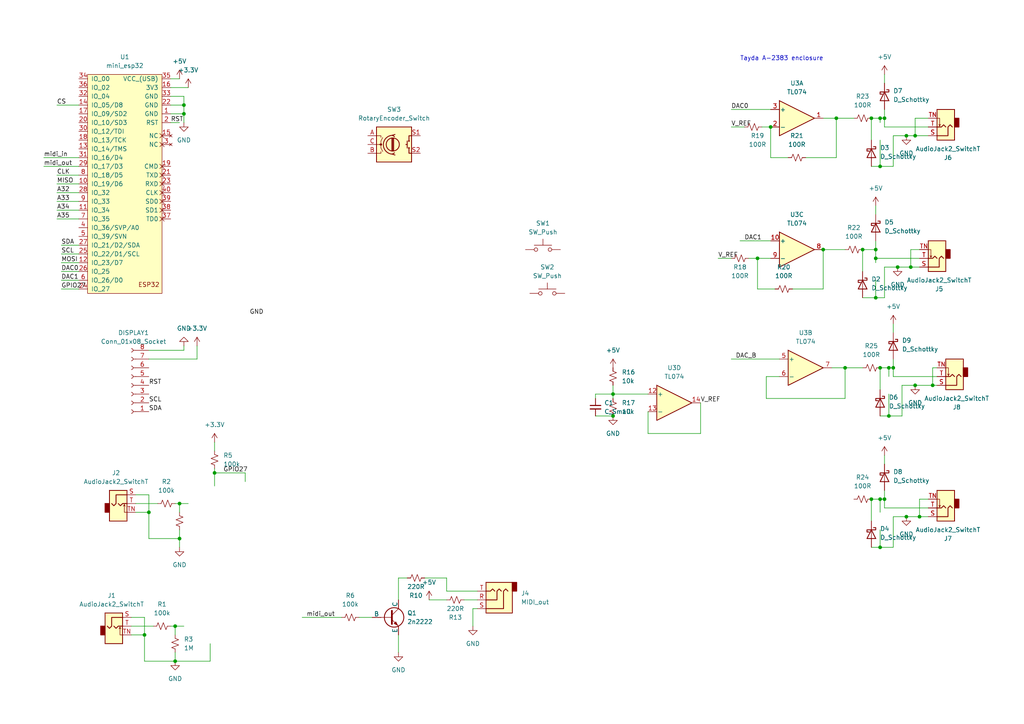
<source format=kicad_sch>
(kicad_sch (version 20230121) (generator eeschema)
  (paper "A4")
  (lib_symbols
    (symbol "Amplifier_Operational:TL074" (pin_names (offset 0.127))
      (property "Reference" "U" (at 0 5.08 0))
      (property "Value" "TL074" (at 0 -5.08 0))
      (symbol "TL074_1_1"
        (polyline (pts (xy -5.08 5.08) (xy 5.08 0) (xy -5.08 -5.08) (xy -5.08 5.08)) (stroke (width 0.254)) (fill (type background)))
        (pin output line (at 7.62 0 180) (length 2.54) (name "~") (number "1"))
        (pin input line (at -7.62 -2.54 0) (length 2.54) (name "-") (number "2"))
        (pin input line (at -7.62 2.54 0) (length 2.54) (name "+") (number "3"))
      )
      (symbol "TL074_2_1"
        (polyline (pts (xy -5.08 5.08) (xy 5.08 0) (xy -5.08 -5.08) (xy -5.08 5.08)) (stroke (width 0.254)) (fill (type background)))
        (pin input line (at -7.62 2.54 0) (length 2.54) (name "+") (number "5"))
        (pin input line (at -7.62 -2.54 0) (length 2.54) (name "-") (number "6"))
        (pin output line (at 7.62 0 180) (length 2.54) (name "~") (number "7"))
      )
      (symbol "TL074_3_1"
        (polyline (pts (xy -5.08 5.08) (xy 5.08 0) (xy -5.08 -5.08) (xy -5.08 5.08)) (stroke (width 0.254)) (fill (type background)))
        (pin input line (at -7.62 2.54 0) (length 2.54) (name "+") (number "10"))
        (pin output line (at 7.62 0 180) (length 2.54) (name "~") (number "8"))
        (pin input line (at -7.62 -2.54 0) (length 2.54) (name "-") (number "9"))
      )
      (symbol "TL074_4_1"
        (polyline (pts (xy -5.08 5.08) (xy 5.08 0) (xy -5.08 -5.08) (xy -5.08 5.08)) (stroke (width 0.254)) (fill (type background)))
        (pin input line (at -7.62 2.54 0) (length 2.54) (name "+") (number "12"))
        (pin input line (at -7.62 -2.54 0) (length 2.54) (name "-") (number "13"))
        (pin output line (at 7.62 0 180) (length 2.54) (name "~") (number "14"))
      )
      (symbol "TL074_5_1"
        (pin power_in line (at -2.54 -7.62 90) (length 3.81) (name "V-") (number "11"))
        (pin power_in line (at -2.54 7.62 270) (length 3.81) (name "V+") (number "4"))
      )
    )
    (symbol "Connector:Conn_01x08_Socket" (pin_names (offset 1.016) hide)
      (property "Reference" "J" (at 0 10.16 0))
      (property "Value" "Conn_01x08_Socket" (at 0 -12.7 0))
      (symbol "Conn_01x08_Socket_1_1"
        (arc (start 0 -9.652) (mid -0.5058 -10.16) (end 0 -10.668) (stroke (width 0.1524)))
        (arc (start 0 -7.112) (mid -0.5058 -7.62) (end 0 -8.128) (stroke (width 0.1524)))
        (arc (start 0 -4.572) (mid -0.5058 -5.08) (end 0 -5.588) (stroke (width 0.1524)))
        (arc (start 0 -2.032) (mid -0.5058 -2.54) (end 0 -3.048) (stroke (width 0.1524)))
        (polyline (pts (xy -1.27 -10.16) (xy -0.508 -10.16)) (stroke (width 0.1524)))
        (polyline (pts (xy -1.27 -7.62) (xy -0.508 -7.62)) (stroke (width 0.1524)))
        (polyline (pts (xy -1.27 -5.08) (xy -0.508 -5.08)) (stroke (width 0.1524)))
        (polyline (pts (xy -1.27 -2.54) (xy -0.508 -2.54)) (stroke (width 0.1524)))
        (polyline (pts (xy -1.27 0) (xy -0.508 0)) (stroke (width 0.1524)))
        (polyline (pts (xy -1.27 2.54) (xy -0.508 2.54)) (stroke (width 0.1524)))
        (polyline (pts (xy -1.27 5.08) (xy -0.508 5.08)) (stroke (width 0.1524)))
        (polyline (pts (xy -1.27 7.62) (xy -0.508 7.62)) (stroke (width 0.1524)))
        (arc (start 0 0.508) (mid -0.5058 0) (end 0 -0.508) (stroke (width 0.1524)))
        (arc (start 0 3.048) (mid -0.5058 2.54) (end 0 2.032) (stroke (width 0.1524)))
        (arc (start 0 5.588) (mid -0.5058 5.08) (end 0 4.572) (stroke (width 0.1524)))
        (arc (start 0 8.128) (mid -0.5058 7.62) (end 0 7.112) (stroke (width 0.1524)))
        (pin passive line (at -5.08 7.62 0) (length 3.81) (name "Pin_1") (number "1"))
        (pin passive line (at -5.08 5.08 0) (length 3.81) (name "Pin_2") (number "2"))
        (pin passive line (at -5.08 2.54 0) (length 3.81) (name "Pin_3") (number "3"))
        (pin passive line (at -5.08 0 0) (length 3.81) (name "Pin_4") (number "4"))
        (pin passive line (at -5.08 -2.54 0) (length 3.81) (name "Pin_5") (number "5"))
        (pin passive line (at -5.08 -5.08 0) (length 3.81) (name "Pin_6") (number "6"))
        (pin passive line (at -5.08 -7.62 0) (length 3.81) (name "Pin_7") (number "7"))
        (pin passive line (at -5.08 -10.16 0) (length 3.81) (name "Pin_8") (number "8"))
      )
    )
    (symbol "Connector_Audio:AudioJack2_SwitchT"
      (property "Reference" "J" (at 0 8.89 0))
      (property "Value" "AudioJack2_SwitchT" (at 0 6.35 0))
      (symbol "AudioJack2_SwitchT_0_1"
        (rectangle (start -2.54 0) (end -3.81 -2.54) (stroke (width 0.254)) (fill (type outline)))
        (polyline (pts (xy 1.778 -0.254) (xy 2.032 -0.762)))
        (polyline (pts (xy 0 0) (xy 0.635 -0.635) (xy 1.27 0) (xy 2.54 0)) (stroke (width 0.254)))
        (polyline (pts (xy 2.54 -2.54) (xy 1.778 -2.54) (xy 1.778 -0.254) (xy 1.524 -0.762)))
        (polyline (pts (xy 2.54 2.54) (xy -0.635 2.54) (xy -0.635 0) (xy -1.27 -0.635) (xy -1.905 0)) (stroke (width 0.254)))
        (rectangle (start 2.54 3.81) (end -2.54 -5.08) (stroke (width 0.254)) (fill (type background)))
      )
      (symbol "AudioJack2_SwitchT_1_1"
        (pin passive line (at 5.08 2.54 180) (length 2.54) (name "~") (number "S"))
        (pin passive line (at 5.08 0 180) (length 2.54) (name "~") (number "T"))
        (pin passive line (at 5.08 -2.54 180) (length 2.54) (name "~") (number "TN"))
      )
    )
    (symbol "Connector_Audio:AudioJack3"
      (property "Reference" "J" (at 0 8.89 0))
      (property "Value" "AudioJack3" (at 0 6.35 0))
      (symbol "AudioJack3_0_1"
        (rectangle (start -5.08 -5.08) (end -6.35 -2.54) (stroke (width 0.254)) (fill (type outline)))
        (polyline (pts (xy 0 -2.54) (xy 0.635 -3.175) (xy 1.27 -2.54) (xy 2.54 -2.54)) (stroke (width 0.254)))
        (polyline (pts (xy -1.905 -2.54) (xy -1.27 -3.175) (xy -0.635 -2.54) (xy -0.635 0) (xy 2.54 0)) (stroke (width 0.254)))
        (polyline (pts (xy 2.54 2.54) (xy -2.54 2.54) (xy -2.54 -2.54) (xy -3.175 -3.175) (xy -3.81 -2.54)) (stroke (width 0.254)))
        (rectangle (start 2.54 3.81) (end -5.08 -5.08) (stroke (width 0.254)) (fill (type background)))
      )
      (symbol "AudioJack3_1_1"
        (pin passive line (at 5.08 0 180) (length 2.54) (name "~") (number "R"))
        (pin passive line (at 5.08 2.54 180) (length 2.54) (name "~") (number "S"))
        (pin passive line (at 5.08 -2.54 180) (length 2.54) (name "~") (number "T"))
      )
    )
    (symbol "Device:C_Small" (pin_numbers hide) (pin_names (offset 0.254) hide)
      (property "Reference" "C" (at 0.254 1.778 0))
      (property "Value" "C_Small" (at 0.254 -2.032 0))
      (symbol "C_Small_0_1"
        (polyline (pts (xy -1.524 -0.508) (xy 1.524 -0.508)) (stroke (width 0.3302)))
        (polyline (pts (xy -1.524 0.508) (xy 1.524 0.508)) (stroke (width 0.3048)))
      )
      (symbol "C_Small_1_1"
        (pin passive line (at 0 2.54 270) (length 2.032) (name "~") (number "1"))
        (pin passive line (at 0 -2.54 90) (length 2.032) (name "~") (number "2"))
      )
    )
    (symbol "Device:D_Schottky" (pin_numbers hide) (pin_names (offset 1.016) hide)
      (property "Reference" "D" (at 0 2.54 0))
      (property "Value" "D_Schottky" (at 0 -2.54 0))
      (symbol "D_Schottky_0_1"
        (polyline (pts (xy 1.27 0) (xy -1.27 0)))
        (polyline (pts (xy 1.27 1.27) (xy 1.27 -1.27) (xy -1.27 0) (xy 1.27 1.27)) (stroke (width 0.254)))
        (polyline (pts (xy -1.905 0.635) (xy -1.905 1.27) (xy -1.27 1.27) (xy -1.27 -1.27) (xy -0.635 -1.27) (xy -0.635 -0.635)) (stroke (width 0.254)))
      )
      (symbol "D_Schottky_1_1"
        (pin passive line (at -3.81 0 0) (length 2.54) (name "K") (number "1"))
        (pin passive line (at 3.81 0 180) (length 2.54) (name "A") (number "2"))
      )
    )
    (symbol "Device:R_Small_US" (pin_numbers hide) (pin_names (offset 0.254) hide)
      (property "Reference" "R" (at 0.762 0.508 0))
      (property "Value" "R_Small_US" (at 0.762 -1.016 0))
      (symbol "R_Small_US_1_1"
        (polyline (pts (xy 0 0) (xy 1.016 -0.381) (xy 0 -0.762) (xy -1.016 -1.143) (xy 0 -1.524)))
        (polyline (pts (xy 0 1.524) (xy 1.016 1.143) (xy 0 0.762) (xy -1.016 0.381) (xy 0 0)))
        (pin passive line (at 0 2.54 270) (length 1.016) (name "~") (number "1"))
        (pin passive line (at 0 -2.54 90) (length 1.016) (name "~") (number "2"))
      )
    )
    (symbol "Device:RotaryEncoder_Switch" (pin_names (offset 0.254) hide)
      (property "Reference" "SW" (at 0 6.604 0))
      (property "Value" "RotaryEncoder_Switch" (at 0 -6.604 0))
      (symbol "RotaryEncoder_Switch_0_1"
        (rectangle (start -5.08 5.08) (end 5.08 -5.08) (stroke (width 0.254)) (fill (type background)))
        (circle (center -3.81 0) (radius 0.254) (fill (type outline)))
        (circle (center -0.381 0) (radius 1.905) (stroke (width 0.254)))
        (arc (start -0.381 2.667) (mid -3.0988 -0.0635) (end -0.381 -2.794) (stroke (width 0.254)))
        (polyline (pts (xy -0.635 -1.778) (xy -0.635 1.778)) (stroke (width 0.254)))
        (polyline (pts (xy -0.381 -1.778) (xy -0.381 1.778)) (stroke (width 0.254)))
        (polyline (pts (xy -0.127 1.778) (xy -0.127 -1.778)) (stroke (width 0.254)))
        (polyline (pts (xy 3.81 0) (xy 3.429 0)) (stroke (width 0.254)))
        (polyline (pts (xy 3.81 1.016) (xy 3.81 -1.016)) (stroke (width 0.254)))
        (polyline (pts (xy -5.08 -2.54) (xy -3.81 -2.54) (xy -3.81 -2.032)))
        (polyline (pts (xy -5.08 2.54) (xy -3.81 2.54) (xy -3.81 2.032)))
        (polyline (pts (xy 0.254 -3.048) (xy -0.508 -2.794) (xy 0.127 -2.413)) (stroke (width 0.254)))
        (polyline (pts (xy 0.254 2.921) (xy -0.508 2.667) (xy 0.127 2.286)) (stroke (width 0.254)))
        (polyline (pts (xy 5.08 -2.54) (xy 4.318 -2.54) (xy 4.318 -1.016)) (stroke (width 0.254)))
        (polyline (pts (xy 5.08 2.54) (xy 4.318 2.54) (xy 4.318 1.016)) (stroke (width 0.254)))
        (polyline (pts (xy -5.08 0) (xy -3.81 0) (xy -3.81 -1.016) (xy -3.302 -2.032)))
        (polyline (pts (xy -4.318 0) (xy -3.81 0) (xy -3.81 1.016) (xy -3.302 2.032)))
        (circle (center 4.318 -1.016) (radius 0.127) (stroke (width 0.254)))
        (circle (center 4.318 1.016) (radius 0.127) (stroke (width 0.254)))
      )
      (symbol "RotaryEncoder_Switch_1_1"
        (pin passive line (at -7.62 2.54 0) (length 2.54) (name "A") (number "A"))
        (pin passive line (at -7.62 -2.54 0) (length 2.54) (name "B") (number "B"))
        (pin passive line (at -7.62 0 0) (length 2.54) (name "C") (number "C"))
        (pin passive line (at 7.62 2.54 180) (length 2.54) (name "S1") (number "S1"))
        (pin passive line (at 7.62 -2.54 180) (length 2.54) (name "S2") (number "S2"))
      )
    )
    (symbol "ESP32_mini:mini_esp32" (pin_names (offset 1.016))
      (property "Reference" "U" (at -7.62 -50.8 0))
      (property "Value" "mini_esp32" (at 5.08 -59.69 0))
      (symbol "mini_esp32_0_0"
        (text "ESP32" (at 7.62 -62.23 0) (effects (font (size 1.27 1.27))))
        (pin power_in line (at 13.97 -12.7 180) (length 2.54) (name "GND") (number "1"))
        (pin input line (at 13.97 -15.24 180) (length 2.54) (name "RST") (number "2"))
        (pin no_connect non_logic (at 13.97 -21.59 180) (length 2.54) (name "NC") (number "3"))
        (pin bidirectional line (at -12.7 -45.72 0) (length 2.54) (name "IO_36/SVP/A0") (number "4"))
        (pin bidirectional line (at -12.7 -48.26 0) (length 2.54) (name "IO_39/SVN") (number "5"))
      )
      (symbol "mini_esp32_0_1"
        (rectangle (start -10.16 -1.27) (end 11.43 -64.77) (fill (type background)))
      )
      (symbol "mini_esp32_1_1"
        (pin bidirectional line (at -12.7 -33.02 0) (length 2.54) (name "IO_19/D6") (number "10"))
        (pin bidirectional line (at -12.7 -40.64 0) (length 2.54) (name "IO_34") (number "11"))
        (pin bidirectional line (at -12.7 -55.88 0) (length 2.54) (name "IO_23/D7") (number "12"))
        (pin bidirectional line (at -12.7 -22.86 0) (length 2.54) (name "IO_14/TMS") (number "13"))
        (pin bidirectional line (at -12.7 -10.16 0) (length 2.54) (name "IO_05/D8") (number "14"))
        (pin no_connect non_logic (at 13.97 -19.05 180) (length 2.54) (name "NC") (number "15"))
        (pin power_in line (at 13.97 -5.08 180) (length 2.54) (name "3V3") (number "16"))
        (pin bidirectional line (at -12.7 -12.7 0) (length 2.54) (name "IO_09/SD2") (number "17"))
        (pin bidirectional line (at -12.7 -20.32 0) (length 2.54) (name "IO_13/TCK") (number "18"))
        (pin passive non_logic (at 13.97 -27.94 180) (length 2.54) (name "CMD") (number "19"))
        (pin bidirectional line (at -12.7 -15.24 0) (length 2.54) (name "IO_10/SD3") (number "20"))
        (pin passive non_logic (at 13.97 -30.48 180) (length 2.54) (name "TXD") (number "21"))
        (pin power_in line (at 13.97 -10.16 180) (length 2.54) (name "GND") (number "22"))
        (pin passive non_logic (at 13.97 -33.02 180) (length 2.54) (name "RXD") (number "23"))
        (pin bidirectional line (at -12.7 -63.5 0) (length 2.54) (name "IO_27") (number "24"))
        (pin bidirectional line (at -12.7 -53.34 0) (length 2.54) (name "IO_22/D1/SCL") (number "25"))
        (pin bidirectional line (at -12.7 -58.42 0) (length 2.54) (name "IO_25") (number "26"))
        (pin bidirectional line (at -12.7 -50.8 0) (length 2.54) (name "IO_21/D2/SDA") (number "27"))
        (pin bidirectional line (at -12.7 -35.56 0) (length 2.54) (name "IO_32") (number "28"))
        (pin bidirectional line (at -12.7 -27.94 0) (length 2.54) (name "IO_17/D3") (number "29"))
        (pin bidirectional line (at -12.7 -17.78 0) (length 2.54) (name "IO_12/TDI") (number "30"))
        (pin bidirectional line (at -12.7 -25.4 0) (length 2.54) (name "IO_16/D4") (number "31"))
        (pin bidirectional line (at -12.7 -7.62 0) (length 2.54) (name "IO_04") (number "32"))
        (pin power_in line (at 13.97 -7.62 180) (length 2.54) (name "GND") (number "33"))
        (pin bidirectional line (at -12.7 -2.54 0) (length 2.54) (name "IO_00") (number "34"))
        (pin power_in line (at 13.97 -2.54 180) (length 2.54) (name "VCC_(USB)") (number "35"))
        (pin bidirectional line (at -12.7 -5.08 0) (length 2.54) (name "IO_02") (number "36"))
        (pin passive non_logic (at 13.97 -43.18 180) (length 2.54) (name "TD0") (number "37"))
        (pin passive non_logic (at 13.97 -40.64 180) (length 2.54) (name "SD1") (number "38"))
        (pin passive non_logic (at 13.97 -38.1 180) (length 2.54) (name "SD0") (number "39"))
        (pin passive non_logic (at 13.97 -35.56 180) (length 2.54) (name "CLK") (number "40"))
        (pin bidirectional line (at -12.7 -60.96 0) (length 2.54) (name "IO_26/D0") (number "6"))
        (pin bidirectional line (at -12.7 -43.18 0) (length 2.54) (name "IO_35") (number "7"))
        (pin bidirectional line (at -12.7 -30.48 0) (length 2.54) (name "IO_18/D5") (number "8"))
        (pin bidirectional line (at -12.7 -38.1 0) (length 2.54) (name "IO_33") (number "9"))
      )
    )
    (symbol "Simulation_SPICE:NPN" (pin_numbers hide) (pin_names (offset 0))
      (property "Reference" "Q" (at -2.54 7.62 0))
      (property "Value" "NPN" (at -2.54 5.08 0))
      (symbol "NPN_0_1"
        (polyline (pts (xy -2.54 0) (xy 0.635 0)) (stroke (width 0.1524)))
        (polyline (pts (xy 0.635 0.635) (xy 2.54 2.54)))
        (polyline (pts (xy 2.794 -1.27) (xy 2.794 -1.27)) (stroke (width 0.1524)))
        (polyline (pts (xy 2.794 -1.27) (xy 2.794 -1.27)) (stroke (width 0.1524)))
        (polyline (pts (xy 0.635 -0.635) (xy 2.54 -2.54) (xy 2.54 -2.54)))
        (polyline (pts (xy 0.635 1.905) (xy 0.635 -1.905) (xy 0.635 -1.905)) (stroke (width 0.508)))
        (polyline (pts (xy 1.27 -1.778) (xy 1.778 -1.27) (xy 2.286 -2.286) (xy 1.27 -1.778) (xy 1.27 -1.778)) (fill (type outline)))
        (circle (center 1.27 0) (radius 2.8194) (stroke (width 0.254)))
      )
      (symbol "NPN_1_1"
        (pin open_collector line (at 2.54 5.08 270) (length 2.54) (name "C") (number "1"))
        (pin input line (at -5.08 0 0) (length 2.54) (name "B") (number "2"))
        (pin open_emitter line (at 2.54 -5.08 90) (length 2.54) (name "E") (number "3"))
      )
    )
    (symbol "Switch:SW_Push" (pin_numbers hide) (pin_names (offset 1.016) hide)
      (property "Reference" "SW" (at 1.27 2.54 0))
      (property "Value" "SW_Push" (at 0 -1.524 0))
      (symbol "SW_Push_0_1"
        (circle (center -2.032 0) (radius 0.508))
        (polyline (pts (xy 0 1.27) (xy 0 3.048)))
        (polyline (pts (xy 2.54 1.27) (xy -2.54 1.27)))
        (circle (center 2.032 0) (radius 0.508))
        (pin passive line (at -5.08 0 0) (length 2.54) (name "1") (number "1"))
        (pin passive line (at 5.08 0 180) (length 2.54) (name "2") (number "2"))
      )
    )
    (symbol "power:+3.3V" (power) (pin_names (offset 0))
      (property "Value" "+3.3V" (at 0 3.556 0))
      (symbol "+3.3V_0_1"
        (polyline (pts (xy -0.762 1.27) (xy 0 2.54)))
        (polyline (pts (xy 0 0) (xy 0 2.54)))
        (polyline (pts (xy 0 2.54) (xy 0.762 1.27)))
      )
      (symbol "+3.3V_1_1"
        (pin power_in line (at 0 0 90) (length 0) hide (name "+3.3V") (number "1"))
      )
    )
    (symbol "power:+5V" (power) (pin_names (offset 0))
      (property "Value" "+5V" (at 0 3.556 0))
      (symbol "+5V_0_1"
        (polyline (pts (xy -0.762 1.27) (xy 0 2.54)))
        (polyline (pts (xy 0 0) (xy 0 2.54)))
        (polyline (pts (xy 0 2.54) (xy 0.762 1.27)))
      )
      (symbol "+5V_1_1"
        (pin power_in line (at 0 0 90) (length 0) hide (name "+5V") (number "1"))
      )
    )
    (symbol "power:GND" (power) (pin_names (offset 0))
      (property "Value" "GND" (at 0 -3.81 0))
      (symbol "GND_0_1"
        (polyline (pts (xy 0 0) (xy 0 -1.27) (xy 1.27 -1.27) (xy 0 -2.54) (xy -1.27 -1.27) (xy 0 -1.27)))
      )
      (symbol "GND_1_1"
        (pin power_in line (at 0 0 270) (length 0) hide (name "GND") (number "1"))
      )
    )
  )
  (junction (at 256.54 34.29))
  (junction (at 50.8 191.77))
  (junction (at 266.7 149.86))
  (junction (at 254 74.93))
  (junction (at 50.8 181.61))
  (junction (at 265.43 111.76))
  (junction (at 245.11 106.68))
  (junction (at 257.81 120.65))
  (junction (at 259.08 106.68))
  (junction (at 262.89 149.86))
  (junction (at 254 86.36))
  (junction (at 255.27 106.68))
  (junction (at 265.43 39.37))
  (junction (at 242.57 34.29))
  (junction (at 41.91 184.15))
  (junction (at 255.27 48.26))
  (junction (at 177.8 114.3))
  (junction (at 255.27 144.78))
  (junction (at 255.27 158.75))
  (junction (at 53.34 33.02))
  (junction (at 256.54 144.78))
  (junction (at 255.27 34.29))
  (junction (at 223.52 36.83))
  (junction (at 262.89 39.37))
  (junction (at 177.8 120.65))
  (junction (at 257.81 106.68))
  (junction (at 52.07 146.05))
  (junction (at 219.71 74.93))
  (junction (at 270.51 111.76))
  (junction (at 238.76 72.39))
  (junction (at 53.34 30.48))
  (junction (at 62.23 137.16))
  (junction (at 250.19 72.39))
  (junction (at 43.18 148.59))
  (junction (at 254 72.39))
  (junction (at 252.73 144.78))
  (junction (at 252.73 34.29))
  (junction (at 264.16 77.47))
  (junction (at 52.07 156.21))
  (junction (at 260.35 77.47))
  (wire (pts (xy 252.73 34.29) (xy 252.73 40.64)))
  (wire (pts (xy 39.37 146.05) (xy 45.72 146.05)))
  (wire (pts (xy 57.15 100.33) (xy 57.15 104.14)))
  (wire (pts (xy 43.18 156.21) (xy 52.07 156.21)))
  (wire (pts (xy 187.96 125.73) (xy 203.2 125.73)))
  (wire (pts (xy 259.08 149.86) (xy 259.08 158.75)))
  (wire (pts (xy 217.17 74.93) (xy 219.71 74.93)))
  (wire (pts (xy 52.07 146.05) (xy 52.07 148.59)))
  (wire (pts (xy 41.91 191.77) (xy 50.8 191.77)))
  (wire (pts (xy 269.24 39.37) (xy 265.43 39.37)))
  (wire (pts (xy 17.78 78.74) (xy 22.86 78.74)))
  (wire (pts (xy 259.08 109.22) (xy 259.08 106.68)))
  (wire (pts (xy 256.54 77.47) (xy 256.54 86.36)))
  (wire (pts (xy 254 74.93) (xy 254 76.2)))
  (wire (pts (xy 257.81 106.68) (xy 257.81 109.22)))
  (wire (pts (xy 265.43 111.76) (xy 261.62 111.76)))
  (wire (pts (xy 49.53 25.4) (xy 54.61 25.4)))
  (wire (pts (xy 16.51 55.88) (xy 22.86 55.88)))
  (wire (pts (xy 38.1 179.07) (xy 41.91 179.07)))
  (wire (pts (xy 71.12 137.16) (xy 71.12 139.7)))
  (wire (pts (xy 250.19 72.39) (xy 250.19 78.74)))
  (wire (pts (xy 266.7 77.47) (xy 264.16 77.47)))
  (wire (pts (xy 242.57 34.29) (xy 242.57 45.72)))
  (wire (pts (xy 252.73 144.78) (xy 255.27 144.78)))
  (wire (pts (xy 256.54 147.32) (xy 256.54 144.78)))
  (wire (pts (xy 62.23 128.27) (xy 62.23 130.81)))
  (wire (pts (xy 238.76 72.39) (xy 245.11 72.39)))
  (wire (pts (xy 104.14 179.07) (xy 107.95 179.07)))
  (wire (pts (xy 242.57 34.29) (xy 247.65 34.29)))
  (wire (pts (xy 39.37 143.51) (xy 43.18 143.51)))
  (wire (pts (xy 264.16 77.47) (xy 260.35 77.47)))
  (wire (pts (xy 257.81 120.65) (xy 261.62 120.65)))
  (wire (pts (xy 52.07 156.21) (xy 52.07 153.67)))
  (wire (pts (xy 266.7 144.78) (xy 266.7 149.86)))
  (wire (pts (xy 16.51 63.5) (xy 22.86 63.5)))
  (wire (pts (xy 255.27 144.78) (xy 255.27 148.59)))
  (wire (pts (xy 270.51 106.68) (xy 270.51 111.76)))
  (wire (pts (xy 269.24 144.78) (xy 266.7 144.78)))
  (wire (pts (xy 43.18 148.59) (xy 39.37 148.59)))
  (wire (pts (xy 264.16 72.39) (xy 264.16 77.47)))
  (wire (pts (xy 250.19 86.36) (xy 254 86.36)))
  (wire (pts (xy 255.27 106.68) (xy 257.81 106.68)))
  (wire (pts (xy 219.71 74.93) (xy 219.71 83.82)))
  (wire (pts (xy 245.11 115.57) (xy 245.11 106.68)))
  (wire (pts (xy 43.18 143.51) (xy 43.18 148.59)))
  (wire (pts (xy 124.46 173.99) (xy 129.54 173.99)))
  (wire (pts (xy 271.78 111.76) (xy 270.51 111.76)))
  (wire (pts (xy 17.78 71.12) (xy 22.86 71.12)))
  (wire (pts (xy 43.18 101.6) (xy 53.34 101.6)))
  (wire (pts (xy 49.53 181.61) (xy 50.8 181.61)))
  (wire (pts (xy 17.78 83.82) (xy 22.86 83.82)))
  (wire (pts (xy 43.18 156.21) (xy 43.18 148.59)))
  (wire (pts (xy 254 59.69) (xy 254 62.23)))
  (wire (pts (xy 177.8 111.76) (xy 177.8 114.3)))
  (wire (pts (xy 255.27 34.29) (xy 255.27 35.56)))
  (wire (pts (xy 257.81 106.68) (xy 259.08 106.68)))
  (wire (pts (xy 50.8 181.61) (xy 50.8 184.15)))
  (wire (pts (xy 238.76 34.29) (xy 242.57 34.29)))
  (wire (pts (xy 256.54 31.75) (xy 256.54 34.29)))
  (wire (pts (xy 266.7 72.39) (xy 264.16 72.39)))
  (wire (pts (xy 259.08 104.14) (xy 259.08 106.68)))
  (wire (pts (xy 177.8 114.3) (xy 177.8 115.57)))
  (wire (pts (xy 222.25 109.22) (xy 222.25 115.57)))
  (wire (pts (xy 62.23 137.16) (xy 62.23 140.97)))
  (wire (pts (xy 252.73 48.26) (xy 255.27 48.26)))
  (wire (pts (xy 252.73 158.75) (xy 255.27 158.75)))
  (wire (pts (xy 245.11 106.68) (xy 250.19 106.68)))
  (wire (pts (xy 16.51 60.96) (xy 22.86 60.96)))
  (wire (pts (xy 17.78 76.2) (xy 22.86 76.2)))
  (wire (pts (xy 38.1 181.61) (xy 44.45 181.61)))
  (wire (pts (xy 53.34 27.94) (xy 53.34 30.48)))
  (wire (pts (xy 255.27 34.29) (xy 256.54 34.29)))
  (wire (pts (xy 60.96 191.77) (xy 50.8 191.77)))
  (wire (pts (xy 50.8 191.77) (xy 50.8 189.23)))
  (wire (pts (xy 226.06 109.22) (xy 222.25 109.22)))
  (wire (pts (xy 255.27 120.65) (xy 257.81 120.65)))
  (wire (pts (xy 50.8 146.05) (xy 52.07 146.05)))
  (wire (pts (xy 41.91 184.15) (xy 38.1 184.15)))
  (wire (pts (xy 129.54 171.45) (xy 138.43 171.45)))
  (wire (pts (xy 62.23 135.89) (xy 62.23 137.16)))
  (wire (pts (xy 16.51 58.42) (xy 22.86 58.42)))
  (wire (pts (xy 49.53 33.02) (xy 53.34 33.02)))
  (wire (pts (xy 255.27 48.26) (xy 259.08 48.26)))
  (wire (pts (xy 256.54 36.83) (xy 269.24 36.83)))
  (wire (pts (xy 177.8 114.3) (xy 187.96 114.3)))
  (wire (pts (xy 254 81.28) (xy 254 86.36)))
  (wire (pts (xy 256.54 142.24) (xy 256.54 144.78)))
  (wire (pts (xy 256.54 147.32) (xy 269.24 147.32)))
  (wire (pts (xy 255.27 153.67) (xy 255.27 158.75)))
  (wire (pts (xy 266.7 149.86) (xy 262.89 149.86)))
  (wire (pts (xy 43.18 104.14) (xy 57.15 104.14)))
  (wire (pts (xy 115.57 167.64) (xy 118.11 167.64)))
  (wire (pts (xy 49.53 30.48) (xy 53.34 30.48)))
  (wire (pts (xy 60.96 186.69) (xy 60.96 191.77)))
  (wire (pts (xy 255.27 40.64) (xy 255.27 48.26)))
  (wire (pts (xy 250.19 72.39) (xy 254 72.39)))
  (wire (pts (xy 229.87 83.82) (xy 238.76 83.82)))
  (wire (pts (xy 123.19 167.64) (xy 129.54 167.64)))
  (wire (pts (xy 203.2 116.84) (xy 203.2 125.73)))
  (wire (pts (xy 254 86.36) (xy 256.54 86.36)))
  (wire (pts (xy 252.73 34.29) (xy 255.27 34.29)))
  (wire (pts (xy 256.54 21.59) (xy 256.54 24.13)))
  (wire (pts (xy 41.91 191.77) (xy 41.91 184.15)))
  (wire (pts (xy 238.76 72.39) (xy 238.76 83.82)))
  (wire (pts (xy 233.68 45.72) (xy 242.57 45.72)))
  (wire (pts (xy 252.73 144.78) (xy 252.73 151.13)))
  (wire (pts (xy 62.23 137.16) (xy 71.12 137.16)))
  (wire (pts (xy 260.35 77.47) (xy 256.54 77.47)))
  (wire (pts (xy 223.52 36.83) (xy 223.52 45.72)))
  (wire (pts (xy 259.08 109.22) (xy 271.78 109.22)))
  (wire (pts (xy 212.09 36.83) (xy 215.9 36.83)))
  (wire (pts (xy 137.16 176.53) (xy 137.16 181.61)))
  (wire (pts (xy 269.24 34.29) (xy 265.43 34.29)))
  (wire (pts (xy 138.43 176.53) (xy 137.16 176.53)))
  (wire (pts (xy 16.51 53.34) (xy 22.86 53.34)))
  (wire (pts (xy 115.57 167.64) (xy 115.57 173.99)))
  (wire (pts (xy 12.7 48.26) (xy 22.86 48.26)))
  (wire (pts (xy 254 69.85) (xy 254 72.39)))
  (wire (pts (xy 172.72 114.3) (xy 177.8 114.3)))
  (wire (pts (xy 49.53 35.56) (xy 52.07 35.56)))
  (wire (pts (xy 241.3 106.68) (xy 245.11 106.68)))
  (wire (pts (xy 265.43 34.29) (xy 265.43 39.37)))
  (wire (pts (xy 16.51 30.48) (xy 22.86 30.48)))
  (wire (pts (xy 228.6 45.72) (xy 223.52 45.72)))
  (wire (pts (xy 172.72 115.57) (xy 172.72 114.3)))
  (wire (pts (xy 255.27 158.75) (xy 259.08 158.75)))
  (wire (pts (xy 269.24 149.86) (xy 266.7 149.86)))
  (wire (pts (xy 17.78 81.28) (xy 22.86 81.28)))
  (wire (pts (xy 270.51 111.76) (xy 265.43 111.76)))
  (wire (pts (xy 53.34 33.02) (xy 53.34 35.56)))
  (wire (pts (xy 214.63 69.85) (xy 223.52 69.85)))
  (wire (pts (xy 262.89 149.86) (xy 259.08 149.86)))
  (wire (pts (xy 52.07 156.21) (xy 52.07 158.75)))
  (wire (pts (xy 224.79 83.82) (xy 219.71 83.82)))
  (wire (pts (xy 50.8 181.61) (xy 53.34 181.61)))
  (wire (pts (xy 16.51 50.8) (xy 22.86 50.8)))
  (wire (pts (xy 259.08 93.98) (xy 259.08 96.52)))
  (wire (pts (xy 49.53 22.86) (xy 52.07 22.86)))
  (wire (pts (xy 115.57 184.15) (xy 115.57 189.23)))
  (wire (pts (xy 49.53 27.94) (xy 53.34 27.94)))
  (wire (pts (xy 255.27 106.68) (xy 255.27 113.03)))
  (wire (pts (xy 265.43 39.37) (xy 262.89 39.37)))
  (wire (pts (xy 255.27 144.78) (xy 256.54 144.78)))
  (wire (pts (xy 262.89 39.37) (xy 259.08 39.37)))
  (wire (pts (xy 254 74.93) (xy 266.7 74.93)))
  (wire (pts (xy 212.09 31.75) (xy 223.52 31.75)))
  (wire (pts (xy 212.09 104.14) (xy 226.06 104.14)))
  (wire (pts (xy 222.25 115.57) (xy 245.11 115.57)))
  (wire (pts (xy 87.63 179.07) (xy 99.06 179.07)))
  (wire (pts (xy 53.34 100.33) (xy 53.34 101.6)))
  (wire (pts (xy 256.54 132.08) (xy 256.54 134.62)))
  (wire (pts (xy 259.08 39.37) (xy 259.08 48.26)))
  (wire (pts (xy 254 74.93) (xy 254 72.39)))
  (wire (pts (xy 187.96 119.38) (xy 187.96 125.73)))
  (wire (pts (xy 208.28 74.93) (xy 212.09 74.93)))
  (wire (pts (xy 219.71 74.93) (xy 223.52 74.93)))
  (wire (pts (xy 12.7 45.72) (xy 22.86 45.72)))
  (wire (pts (xy 17.78 73.66) (xy 22.86 73.66)))
  (wire (pts (xy 41.91 179.07) (xy 41.91 184.15)))
  (wire (pts (xy 257.81 114.3) (xy 257.81 120.65)))
  (wire (pts (xy 220.98 36.83) (xy 223.52 36.83)))
  (wire (pts (xy 271.78 106.68) (xy 270.51 106.68)))
  (wire (pts (xy 134.62 173.99) (xy 138.43 173.99)))
  (wire (pts (xy 261.62 111.76) (xy 261.62 120.65)))
  (wire (pts (xy 172.72 120.65) (xy 177.8 120.65)))
  (wire (pts (xy 53.34 30.48) (xy 53.34 33.02)))
  (wire (pts (xy 52.07 146.05) (xy 54.61 146.05)))
  (wire (pts (xy 129.54 171.45) (xy 129.54 167.64)))
  (wire (pts (xy 256.54 36.83) (xy 256.54 34.29)))
  (text "Tayda A-2383 enclosure" (at 214.63 17.78 0) (effects (font (size 1.27 1.27)) (justify left bottom)))
  (label "V_REF" (at 212.09 36.83 0))
  (label "CS" (at 16.51 30.48 0))
  (label "A33" (at 16.51 58.42 0))
  (label "RST" (at 49.53 35.56 0))
  (label "GPIO27" (at 17.78 83.82 0))
  (label "A32" (at 16.51 55.88 0))
  (label "SCL" (at 17.78 73.66 0))
  (label "DAC1" (at 17.78 81.28 0))
  (label "midi_in" (at 12.7 45.72 0))
  (label "SCL" (at 43.18 116.84 0))
  (label "SDA" (at 43.18 119.38 0))
  (label "DAC0" (at 17.78 78.74 0))
  (label "DAC_B" (at 213.36 104.14 0))
  (label "DAC1" (at 215.9 69.85 0))
  (label "MISO" (at 16.51 53.34 0))
  (label "midi_out" (at 12.7 48.26 0))
  (label "V_REF" (at 208.28 74.93 0))
  (label "V_REF" (at 203.2 116.84 0))
  (label "GPIO27" (at 64.77 137.16 0))
  (label "RST" (at 43.18 111.76 0))
  (label "MOSI" (at 17.78 76.2 0))
  (label "CLK" (at 16.51 50.8 0))
  (label "A35" (at 16.51 63.5 0))
  (label "midi_out" (at 88.9 179.07 0))
  (label "GND" (at 72.39 91.44 0))
  (label "DAC0" (at 212.09 31.75 0))
  (label "SDA" (at 17.78 71.12 0))
  (label "A34" (at 16.51 60.96 0))
  (symbol (lib_id "power:+5V") (at 52.07 22.86 0) (unit 1)
    (property "Reference" "#PWR03" (effects hide))
    (property "Value" "+5V" (at 52.07 17.78 0))
  )
  (symbol (lib_id "Device:R_Small_US") (at 252.73 106.68 90) (unit 1)
    (property "Reference" "R25" (at 252.73 100.33 90))
    (property "Value" "100R" (at 252.73 102.87 90))
    (property "Footprint" "Resistor_SMD:R_0805_2012Metric_Pad1.20x1.40mm_HandSolder" (effects hide))
  )
  (symbol (lib_id "power:+3.3V") (at 62.23 128.27 0) (unit 1)
    (property "Reference" "#PWR08" (effects hide))
    (property "Value" "+3.3V" (at 62.23 123.19 0))
  )
  (symbol (lib_id "Device:R_Small_US") (at 177.8 118.11 0) (unit 1)
    (property "Reference" "R17" (at 180.34 116.84 0) (effects (justify left)))
    (property "Value" "10k" (at 180.34 119.38 0) (effects (justify left)))
    (property "Footprint" "Resistor_THT:R_Axial_DIN0207_L6.3mm_D2.5mm_P10.16mm_Horizontal" (effects hide))
  )
  (symbol (lib_id "power:GND") (at 177.8 120.65 0) (unit 1)
    (property "Reference" "#PWR019" (effects hide))
    (property "Value" "GND" (at 177.8 125.73 0))
  )
  (symbol (lib_id "power:GND") (at 53.34 35.56 0) (unit 1)
    (property "Reference" "#PWR05" (effects hide))
    (property "Value" "GND" (at 53.34 40.64 0))
  )
  (symbol (lib_id "Device:R_Small_US") (at 52.07 151.13 180) (unit 1)
    (property "Reference" "R4" (effects hide))
    (property "Value" "1M" (effects hide))
    (property "Footprint" "Resistor_THT:R_Axial_DIN0207_L6.3mm_D2.5mm_P10.16mm_Horizontal" (effects hide))
  )
  (symbol (lib_id "power:+3.3V") (at 54.61 25.4 0) (unit 1)
    (property "Reference" "#PWR06" (effects hide))
    (property "Value" "+3.3V" (at 54.61 20.32 0))
  )
  (symbol (lib_id "Device:D_Schottky") (at 252.73 44.45 270) (unit 1)
    (property "Reference" "D3" (at 255.27 42.8625 90) (effects (justify left)))
    (property "Value" "D_Schottky" (at 255.27 45.4025 90) (effects (justify left)))
    (property "Footprint" "Diode_SMD:D_SOD-123" (effects hide))
  )
  (symbol (lib_id "Device:D_Schottky") (at 252.73 154.94 270) (unit 1)
    (property "Reference" "D4" (at 255.27 153.3525 90) (effects (justify left)))
    (property "Value" "D_Schottky" (at 255.27 155.8925 90) (effects (justify left)))
    (property "Footprint" "Diode_SMD:D_SOD-123" (effects hide))
  )
  (symbol (lib_id "power:+5V") (at 256.54 21.59 0) (unit 1)
    (property "Reference" "#PWR021" (effects hide))
    (property "Value" "+5V" (at 256.54 16.51 0))
  )
  (symbol (lib_id "Device:R_Small_US") (at 50.8 186.69 180) (unit 1)
    (property "Reference" "R3" (at 53.34 185.42 0) (effects (justify right)))
    (property "Value" "1M" (at 53.34 187.96 0) (effects (justify right)))
    (property "Footprint" "Resistor_THT:R_Axial_DIN0207_L6.3mm_D2.5mm_P10.16mm_Horizontal" (effects hide))
  )
  (symbol (lib_id "power:GND") (at 265.43 111.76 0) (unit 1)
    (property "Reference" "#PWR027" (effects hide))
    (property "Value" "GND" (at 265.43 116.84 0))
  )
  (symbol (lib_id "power:+5V") (at 124.46 173.99 0) (unit 1)
    (property "Reference" "#PWR012" (effects hide))
    (property "Value" "+5V" (at 124.46 168.91 0))
  )
  (symbol (lib_id "power:+3.3V") (at 57.15 100.33 0) (unit 1)
    (property "Reference" "#PWR07" (effects hide))
    (property "Value" "+3.3V" (at 57.15 95.25 0))
  )
  (symbol (lib_id "Switch:SW_Push") (at 157.48 72.39 0) (unit 1)
    (property "Reference" "SW1" (at 157.48 64.77 0))
    (property "Value" "SW_Push" (at 157.48 67.31 0))
    (property "Footprint" "Button_Switch_THT:SW_PUSH_6mm_H4.3mm" (effects hide))
  )
  (symbol (lib_id "Device:R_Small_US") (at 120.65 167.64 90) (unit 1)
    (property "Reference" "R10" (at 120.65 172.72 90))
    (property "Value" "220R" (at 120.65 170.18 90))
    (property "Footprint" "Resistor_THT:R_Axial_DIN0207_L6.3mm_D2.5mm_P10.16mm_Horizontal" (effects hide))
  )
  (symbol (lib_id "Device:D_Schottky") (at 259.08 100.33 270) (unit 1)
    (property "Reference" "D9" (at 261.62 98.7425 90) (effects (justify left)))
    (property "Value" "D_Schottky" (at 261.62 101.2825 90) (effects (justify left)))
    (property "Footprint" "Diode_SMD:D_SOD-123" (effects hide))
  )
  (symbol (lib_id "power:GND") (at 137.16 181.61 0) (unit 1)
    (property "Reference" "#PWR015" (effects hide))
    (property "Value" "GND" (at 137.16 186.69 0))
  )
  (symbol (lib_id "Device:R_Small_US") (at 247.65 72.39 90) (unit 1)
    (property "Reference" "R22" (at 247.65 66.04 90))
    (property "Value" "100R" (at 247.65 68.58 90))
    (property "Footprint" "Resistor_SMD:R_0805_2012Metric_Pad1.20x1.40mm_HandSolder" (effects hide))
  )
  (symbol (lib_id "Amplifier_Operational:TL074") (at 195.58 116.84 0) (unit 4)
    (property "Reference" "U3" (at 195.58 106.68 0))
    (property "Value" "TL074" (at 195.58 109.22 0))
    (property "Footprint" "Package_SO:SOIC-14_3.9x8.7mm_P1.27mm" (effects hide))
    (property "Datasheet" "http://www.ti.com/lit/ds/symlink/tl071.pdf" (effects hide))
  )
  (symbol (lib_id "Amplifier_Operational:TL074") (at 233.68 106.68 0) (unit 2)
    (property "Reference" "U3" (at 233.68 96.52 0))
    (property "Value" "TL074" (at 233.68 99.06 0))
    (property "Footprint" "Package_SO:SOIC-14_3.9x8.7mm_P1.27mm" (effects hide))
    (property "Datasheet" "http://www.ti.com/lit/ds/symlink/tl071.pdf" (effects hide))
  )
  (symbol (lib_id "Device:C_Small") (at 172.72 118.11 0) (unit 1)
    (property "Reference" "C1" (at 175.26 116.8463 0) (effects (justify left)))
    (property "Value" "C_Small" (at 175.26 119.3863 0) (effects (justify left)))
    (property "Footprint" "Capacitor_THT:C_Disc_D8.0mm_W2.5mm_P5.00mm" (effects hide))
  )
  (symbol (lib_id "Device:D_Schottky") (at 255.27 116.84 270) (unit 1)
    (property "Reference" "D6" (at 257.81 115.2525 90) (effects (justify left)))
    (property "Value" "D_Schottky" (at 257.81 117.7925 90) (effects (justify left)))
    (property "Footprint" "Diode_SMD:D_SOD-123" (effects hide))
  )
  (symbol (lib_id "power:GND") (at 52.07 158.75 0) (unit 1)
    (property "Reference" "#PWR04" (effects hide))
    (property "Value" "GND" (at 52.07 163.83 0))
  )
  (symbol (lib_id "power:+5V") (at 259.08 93.98 0) (unit 1)
    (property "Reference" "#PWR023" (effects hide))
    (property "Value" "+5V" (at 259.08 88.9 0))
  )
  (symbol (lib_id "power:GND") (at 50.8 191.77 0) (unit 1)
    (property "Reference" "#PWR02" (effects hide))
    (property "Value" "GND" (at 50.8 196.85 0))
  )
  (symbol (lib_id "Connector_Audio:AudioJack2_SwitchT") (at 274.32 147.32 180) (unit 1)
    (property "Reference" "J7" (at 274.955 156.21 0))
    (property "Value" "AudioJack2_SwitchT" (at 274.955 153.67 0))
    (property "Footprint" "Connector_Audio:Jack_3.5mm_QingPu_WQP-PJ398SM_Vertical_CircularHoles" (effects hide))
  )
  (symbol (lib_id "power:GND") (at 53.34 100.33 180) (unit 1)
    (property "Reference" "#PWR01" (effects hide))
    (property "Value" "GND" (at 53.34 95.25 0))
  )
  (symbol (lib_id "Connector_Audio:AudioJack2_SwitchT") (at 271.78 74.93 180) (unit 1)
    (property "Reference" "J5" (at 272.415 83.82 0))
    (property "Value" "AudioJack2_SwitchT" (at 272.415 81.28 0))
    (property "Footprint" "Connector_Audio:Jack_3.5mm_QingPu_WQP-PJ398SM_Vertical_CircularHoles" (effects hide))
  )
  (symbol (lib_id "Amplifier_Operational:TL074") (at 231.14 34.29 0) (unit 1)
    (property "Reference" "U3" (at 231.14 24.13 0))
    (property "Value" "TL074" (at 231.14 26.67 0))
    (property "Footprint" "Package_SO:SOIC-14_3.9x8.7mm_P1.27mm" (effects hide))
    (property "Datasheet" "http://www.ti.com/lit/ds/symlink/tl071.pdf" (effects hide))
  )
  (symbol (lib_id "Device:R_Small_US") (at 231.14 45.72 90) (unit 1)
    (property "Reference" "R21" (at 231.14 39.37 90))
    (property "Value" "100R" (at 231.14 41.91 90))
    (property "Footprint" "Resistor_SMD:R_0805_2012Metric_Pad1.20x1.40mm_HandSolder" (effects hide))
  )
  (symbol (lib_id "Device:R_Small_US") (at 132.08 173.99 90) (unit 1)
    (property "Reference" "R13" (at 132.08 179.07 90))
    (property "Value" "220R" (at 132.08 176.53 90))
    (property "Footprint" "Resistor_THT:R_Axial_DIN0207_L6.3mm_D2.5mm_P10.16mm_Horizontal" (effects hide))
  )
  (symbol (lib_id "Switch:SW_Push") (at 158.75 85.09 0) (unit 1)
    (property "Reference" "SW2" (at 158.75 77.47 0))
    (property "Value" "SW_Push" (at 158.75 80.01 0))
    (property "Footprint" "Button_Switch_THT:SW_PUSH_6mm_H4.3mm" (effects hide))
  )
  (symbol (lib_id "Device:R_Small_US") (at 227.33 83.82 90) (unit 1)
    (property "Reference" "R20" (at 227.33 77.47 90))
    (property "Value" "100R" (at 227.33 80.01 90))
    (property "Footprint" "Resistor_SMD:R_0805_2012Metric_Pad1.20x1.40mm_HandSolder" (effects hide))
  )
  (symbol (lib_id "ESP32_mini:mini_esp32") (at 35.56 20.32 0) (unit 1)
    (property "Reference" "U1" (at 36.195 16.51 0))
    (property "Value" "mini_esp32" (at 36.195 19.05 0))
    (property "Footprint" "ESP32_mini:ESP32_mini" (effects hide))
  )
  (symbol (lib_id "Device:R_Small_US") (at 48.26 146.05 90) (unit 1)
    (property "Reference" "R2" (at 48.26 139.7 90))
    (property "Value" "100k" (at 48.26 142.24 90))
    (property "Footprint" "Resistor_THT:R_Axial_DIN0207_L6.3mm_D2.5mm_P10.16mm_Horizontal" (effects hide))
  )
  (symbol (lib_id "Device:R_Small_US") (at 218.44 36.83 270) (unit 1)
    (property "Reference" "R19" (at 219.71 39.37 90))
    (property "Value" "100R" (at 219.71 41.91 90))
    (property "Footprint" "Resistor_SMD:R_0805_2012Metric_Pad1.20x1.40mm_HandSolder" (effects hide))
  )
  (symbol (lib_id "power:+5V") (at 254 59.69 0) (unit 1)
    (property "Reference" "#PWR020" (effects hide))
    (property "Value" "+5V" (at 254 54.61 0))
  )
  (symbol (lib_id "Connector:Conn_01x08_Socket") (at 38.1 111.76 180) (unit 1)
    (property "Reference" "DISPLAY1" (at 38.735 96.52 0))
    (property "Value" "Conn_01x08_Socket" (at 38.735 99.06 0))
    (property "Footprint" "Display:Adafruit_SSD1306" (effects hide))
  )
  (symbol (lib_id "power:GND") (at 262.89 149.86 0) (unit 1)
    (property "Reference" "#PWR026" (effects hide))
    (property "Value" "GND" (at 262.89 154.94 0))
  )
  (symbol (lib_id "Device:R_Small_US") (at 62.23 133.35 180) (unit 1)
    (property "Reference" "R5" (at 64.77 132.08 0) (effects (justify right)))
    (property "Value" "100k" (at 64.77 134.62 0) (effects (justify right)))
    (property "Footprint" "Resistor_THT:R_Axial_DIN0207_L6.3mm_D2.5mm_P10.16mm_Horizontal" (effects hide))
  )
  (symbol (lib_id "Device:R_Small_US") (at 250.19 144.78 90) (unit 1)
    (property "Reference" "R24" (at 250.19 138.43 90))
    (property "Value" "100R" (at 250.19 140.97 90))
    (property "Footprint" "Resistor_SMD:R_0805_2012Metric_Pad1.20x1.40mm_HandSolder" (effects hide))
  )
  (symbol (lib_id "Device:R_Small_US") (at 177.8 109.22 0) (unit 1)
    (property "Reference" "R16" (at 180.34 107.95 0) (effects (justify left)))
    (property "Value" "10k" (at 180.34 110.49 0) (effects (justify left)))
    (property "Footprint" "Resistor_THT:R_Axial_DIN0207_L6.3mm_D2.5mm_P10.16mm_Horizontal" (effects hide))
  )
  (symbol (lib_id "Amplifier_Operational:TL074") (at 231.14 72.39 0) (unit 3)
    (property "Reference" "U3" (at 231.14 62.23 0))
    (property "Value" "TL074" (at 231.14 64.77 0))
    (property "Footprint" "Package_SO:SOIC-14_3.9x8.7mm_P1.27mm" (effects hide))
    (property "Datasheet" "http://www.ti.com/lit/ds/symlink/tl071.pdf" (effects hide))
  )
  (symbol (lib_id "Device:R_Small_US") (at 46.99 181.61 90) (unit 1)
    (property "Reference" "R1" (at 46.99 175.26 90))
    (property "Value" "100k" (at 46.99 177.8 90))
    (property "Footprint" "Resistor_THT:R_Axial_DIN0207_L6.3mm_D2.5mm_P10.16mm_Horizontal" (effects hide))
  )
  (symbol (lib_id "Device:D_Schottky") (at 256.54 138.43 270) (unit 1)
    (property "Reference" "D8" (at 259.08 136.8425 90) (effects (justify left)))
    (property "Value" "D_Schottky" (at 259.08 139.3825 90) (effects (justify left)))
    (property "Footprint" "Diode_SMD:D_SOD-123" (effects hide))
  )
  (symbol (lib_id "Connector_Audio:AudioJack3") (at 143.51 173.99 180) (unit 1)
    (property "Reference" "J4" (at 151.13 172.085 0) (effects (justify right)))
    (property "Value" "MIDI_out" (at 151.13 174.625 0) (effects (justify right)))
    (property "Footprint" "Connector_Audio:Jack_3.5mm_QingPu_WQP-PJ398SM_Vertical_CircularHoles_1" (effects hide))
  )
  (symbol (lib_id "power:+5V") (at 256.54 132.08 0) (unit 1)
    (property "Reference" "#PWR022" (effects hide))
    (property "Value" "+5V" (at 256.54 127 0))
  )
  (symbol (lib_id "power:+5V") (at 177.8 106.68 0) (unit 1)
    (property "Reference" "#PWR018" (effects hide))
    (property "Value" "+5V" (at 177.8 101.6 0))
  )
  (symbol (lib_id "Device:R_Small_US") (at 250.19 34.29 90) (unit 1)
    (property "Reference" "R23" (at 250.19 27.94 90))
    (property "Value" "100R" (at 250.19 30.48 90))
    (property "Footprint" "Resistor_SMD:R_0805_2012Metric_Pad1.20x1.40mm_HandSolder" (effects hide))
  )
  (symbol (lib_id "Connector_Audio:AudioJack2_SwitchT") (at 34.29 146.05 0) (unit 1)
    (property "Reference" "J2" (at 33.655 137.16 0))
    (property "Value" "AudioJack2_SwitchT" (at 33.655 139.7 0))
    (property "Footprint" "Connector_Audio:Jack_3.5mm_QingPu_WQP-PJ398SM_Vertical_CircularHoles" (effects hide))
  )
  (symbol (lib_id "Connector_Audio:AudioJack2_SwitchT") (at 276.86 109.22 180) (unit 1)
    (property "Reference" "J8" (at 277.495 118.11 0))
    (property "Value" "AudioJack2_SwitchT" (at 277.495 115.57 0))
    (property "Footprint" "Connector_Audio:Jack_3.5mm_QingPu_WQP-PJ398SM_Vertical_CircularHoles" (effects hide))
  )
  (symbol (lib_id "power:GND") (at 115.57 189.23 0) (unit 1)
    (property "Reference" "#PWR09" (effects hide))
    (property "Value" "GND" (at 115.57 194.31 0))
  )
  (symbol (lib_id "Device:D_Schottky") (at 250.19 82.55 270) (unit 1)
    (property "Reference" "D2" (at 252.73 80.9625 90) (effects (justify left)))
    (property "Value" "D_Schottky" (at 252.73 83.5025 90) (effects (justify left)))
    (property "Footprint" "Diode_SMD:D_SOD-123" (effects hide))
  )
  (symbol (lib_id "Connector_Audio:AudioJack2_SwitchT") (at 33.02 181.61 0) (unit 1)
    (property "Reference" "J1" (at 32.385 172.72 0))
    (property "Value" "AudioJack2_SwitchT" (at 32.385 175.26 0))
    (property "Footprint" "Connector_Audio:Jack_3.5mm_QingPu_WQP-PJ398SM_Vertical_CircularHoles" (effects hide))
  )
  (symbol (lib_id "Simulation_SPICE:NPN") (at 113.03 179.07 0) (unit 1)
    (property "Reference" "Q1" (at 118.11 177.8 0) (effects (justify left)))
    (property "Value" "2n2222" (at 118.11 180.34 0) (effects (justify left)))
    (property "Footprint" "Package_TO_SOT_THT:TO-92_Inline_Wide" (effects hide))
    (property "Sim.Device" "NPN" (effects hide))
    (property "Sim.Type" "GUMMELPOON" (effects hide))
    (property "Sim.Pins" "1=C 2=B 3=E" (effects hide))
  )
  (symbol (lib_id "Device:R_Small_US") (at 214.63 74.93 270) (unit 1)
    (property "Reference" "R18" (at 214.63 77.47 90))
    (property "Value" "100R" (at 214.63 80.01 90))
    (property "Footprint" "Resistor_SMD:R_0805_2012Metric_Pad1.20x1.40mm_HandSolder" (effects hide))
  )
  (symbol (lib_id "power:GND") (at 260.35 77.47 0) (unit 1)
    (property "Reference" "#PWR024" (effects hide))
    (property "Value" "GND" (at 260.35 82.55 0))
  )
  (symbol (lib_id "Device:D_Schottky") (at 254 66.04 270) (unit 1)
    (property "Reference" "D5" (at 256.54 64.4525 90) (effects (justify left)))
    (property "Value" "D_Schottky" (at 256.54 66.9925 90) (effects (justify left)))
    (property "Footprint" "Diode_SMD:D_SOD-123" (effects hide))
  )
  (symbol (lib_id "Device:D_Schottky") (at 256.54 27.94 270) (unit 1)
    (property "Reference" "D7" (at 259.08 26.3525 90) (effects (justify left)))
    (property "Value" "D_Schottky" (at 259.08 28.8925 90) (effects (justify left)))
    (property "Footprint" "Diode_SMD:D_SOD-123" (effects hide))
  )
  (symbol (lib_id "Device:RotaryEncoder_Switch") (at 114.3 41.91 0) (unit 1)
    (property "Reference" "SW3" (at 114.3 31.75 0))
    (property "Value" "RotaryEncoder_Switch" (at 114.3 34.29 0))
    (property "Footprint" "Rotary_Encoder:RotaryEncoder_Alps_EC11E-Switch_Vertical_H20mm_CircularMountingHoles" (effects hide))
  )
  (symbol (lib_id "power:GND") (at 262.89 39.37 0) (unit 1)
    (property "Reference" "#PWR025" (effects hide))
    (property "Value" "GND" (at 262.89 44.45 0))
  )
  (symbol (lib_id "Connector_Audio:AudioJack2_SwitchT") (at 274.32 36.83 180) (unit 1)
    (property "Reference" "J6" (at 274.955 45.72 0))
    (property "Value" "AudioJack2_SwitchT" (at 274.955 43.18 0))
    (property "Footprint" "Connector_Audio:Jack_3.5mm_QingPu_WQP-PJ398SM_Vertical_CircularHoles" (effects hide))
  )
  (symbol (lib_id "Device:R_Small_US") (at 101.6 179.07 90) (unit 1)
    (property "Reference" "R6" (at 101.6 172.72 90))
    (property "Value" "100k" (at 101.6 175.26 90))
    (property "Footprint" "Resistor_THT:R_Axial_DIN0207_L6.3mm_D2.5mm_P10.16mm_Horizontal" (effects hide))
  )
)
</source>
